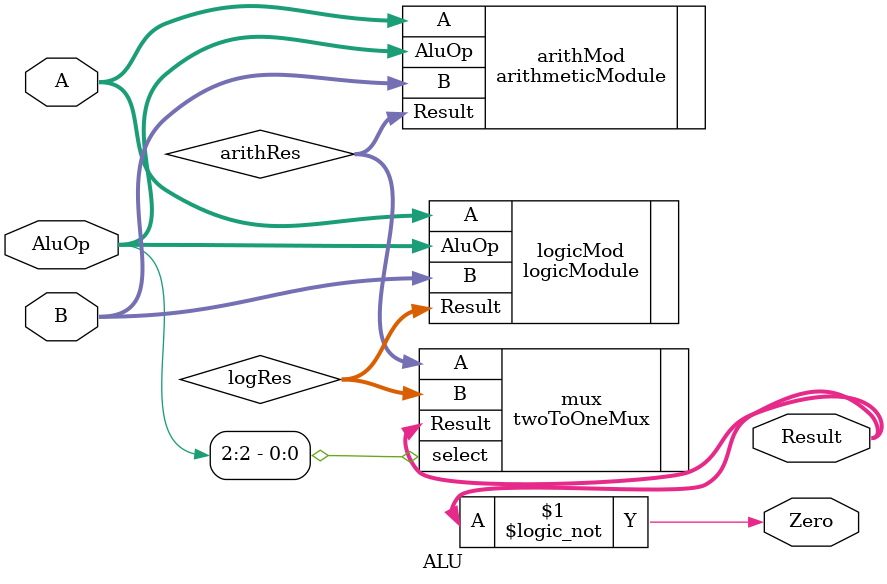
<source format=v>
`timescale 1ns / 1ps

// partition ALU into arithmetic Part and logic Part.
// use a multiplexer at the end of the alu

// OP Codes:
// 0000 add
// 0010 sub
// 0100 and
// 0101 or
// 0110 xor
// 0111 nor
// 1010 slt

module ALU(
    input [31:0] A,
    input [31:0] B,
    input [3:0] AluOp,
    output [31:0] Result,
    output wire Zero
    );
    wire [31:0] arithRes, logRes; 
    
    // Arithmetic module
    arithmeticModule #(32) arithMod (
        .A(A),
        .B(B),
        .AluOp(AluOp),
        .Result(arithRes)
    );     
    
    // Logic module
    logicModule #(32) logicMod (
        .A(A),
        .B(B),
        .AluOp(AluOp),
        .Result(logRes)
    );

    // Mux
    twoToOneMux #(32) mux (
        .A(arithRes),
        .B(logRes),
        .select(AluOp[2]),
        .Result(Result)
    );
    
    // Set Zero bit if the result is zero
    assign Zero = (Result == 32'b0);
    
endmodule
</source>
